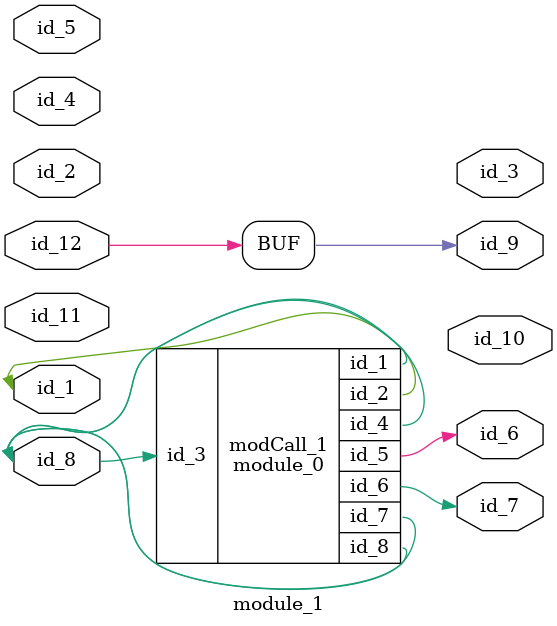
<source format=v>
module module_0 (
    id_1,
    id_2,
    id_3,
    id_4,
    id_5,
    id_6,
    id_7,
    id_8
);
  inout wire id_8;
  inout wire id_7;
  output wire id_6;
  output wire id_5;
  output wire id_4;
  input wire id_3;
  inout wire id_2;
  output wire id_1;
  wire id_9;
endmodule
module module_1 (
    id_1,
    id_2,
    id_3,
    id_4,
    id_5,
    id_6,
    id_7,
    id_8,
    id_9,
    id_10,
    id_11,
    id_12
);
  input wire id_12;
  input wire id_11;
  output wire id_10;
  output wire id_9;
  inout wire id_8;
  output wire id_7;
  output wire id_6;
  input wire id_5;
  input wire id_4;
  output wire id_3;
  input wire id_2;
  inout wire id_1;
  assign id_9 = id_12[(1'b0)];
  module_0 modCall_1 (
      id_8,
      id_1,
      id_8,
      id_8,
      id_6,
      id_7,
      id_8,
      id_8
  );
endmodule

</source>
